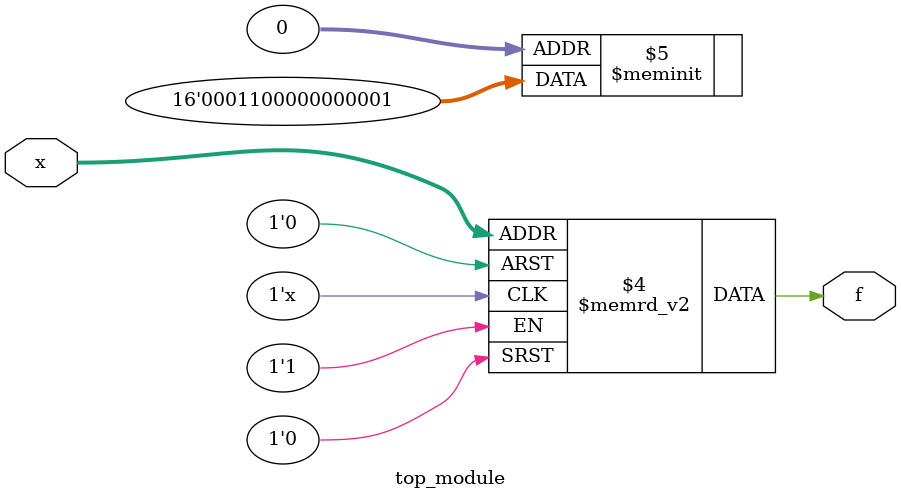
<source format=sv>
module top_module (
	input [4:1] x,
	output logic f
);

// Implementing the function f using a case statement
always_comb begin
	case(x)
		4'b0000: f = 1'b1;
		4'b0001: f = 1'b0;
		4'b0010, 4'b0011, 4'b0101, 4'b0110, 4'b0111, 4'b1010: f = 1'b0;
		4'b1011, 4'b1100: f = 1'b1;
		default: f = 1'b0;
	endcase
end

endmodule

</source>
